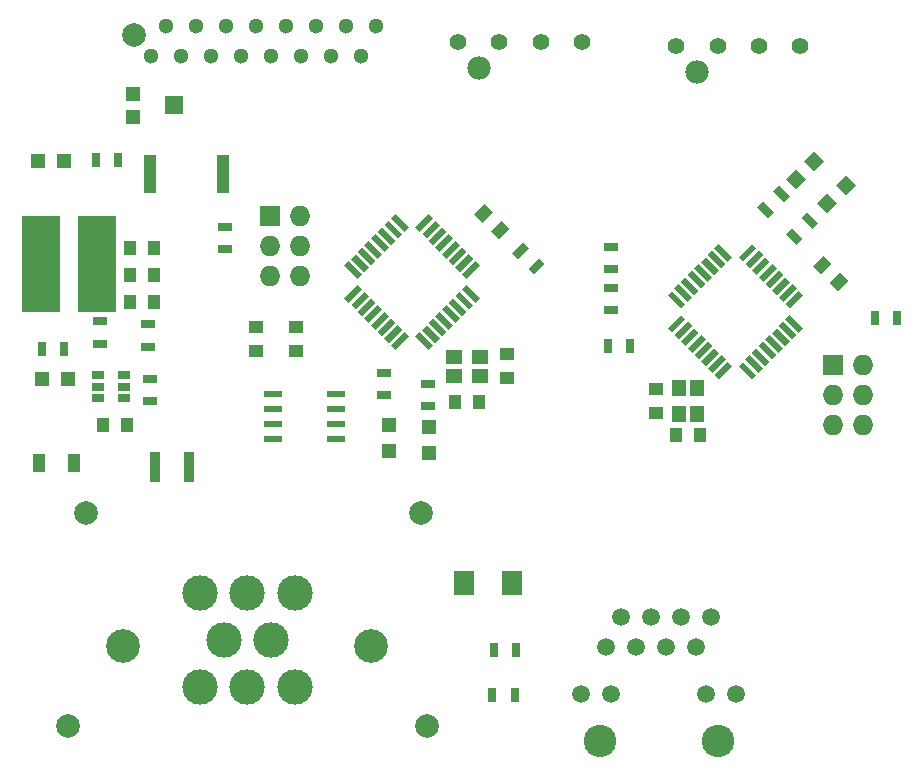
<source format=gbr>
G04 #@! TF.FileFunction,Soldermask,Top*
%FSLAX46Y46*%
G04 Gerber Fmt 4.6, Leading zero omitted, Abs format (unit mm)*
G04 Created by KiCad (PCBNEW 4.0.7-e2-6376~58~ubuntu16.04.1) date Tue May  1 21:05:29 2018*
%MOMM*%
%LPD*%
G01*
G04 APERTURE LIST*
%ADD10C,0.100000*%
%ADD11R,1.250000X1.000000*%
%ADD12R,1.000000X1.600000*%
%ADD13R,1.000000X1.250000*%
%ADD14R,1.778000X2.159000*%
%ADD15R,1.200000X1.200000*%
%ADD16R,0.900000X2.500000*%
%ADD17R,1.727200X1.727200*%
%ADD18O,1.727200X1.727200*%
%ADD19C,2.850000*%
%ADD20C,2.000000*%
%ADD21C,3.000000*%
%ADD22C,1.397000*%
%ADD23C,1.981000*%
%ADD24C,1.300000*%
%ADD25R,3.300000X8.200000*%
%ADD26R,0.700000X1.300000*%
%ADD27R,1.300000X0.700000*%
%ADD28R,1.000000X3.200000*%
%ADD29R,1.550000X0.600000*%
%ADD30R,1.060000X0.650000*%
%ADD31C,1.500000*%
%ADD32C,2.750000*%
%ADD33R,1.400000X1.200000*%
%ADD34R,1.200000X1.400000*%
%ADD35R,1.500000X1.600000*%
G04 APERTURE END LIST*
D10*
G36*
X109964695Y-108314719D02*
X109080812Y-109198602D01*
X108373705Y-108491495D01*
X109257588Y-107607612D01*
X109964695Y-108314719D01*
X109964695Y-108314719D01*
G37*
G36*
X108550481Y-106900505D02*
X107666598Y-107784388D01*
X106959491Y-107077281D01*
X107843374Y-106193398D01*
X108550481Y-106900505D01*
X108550481Y-106900505D01*
G37*
G36*
X95051119Y-112728084D02*
X94662210Y-112339175D01*
X95793581Y-111207804D01*
X96182490Y-111596713D01*
X95051119Y-112728084D01*
X95051119Y-112728084D01*
G37*
G36*
X95616805Y-113293769D02*
X95227896Y-112904860D01*
X96359267Y-111773489D01*
X96748176Y-112162398D01*
X95616805Y-113293769D01*
X95616805Y-113293769D01*
G37*
G36*
X96182490Y-113859455D02*
X95793581Y-113470546D01*
X96924952Y-112339175D01*
X97313861Y-112728084D01*
X96182490Y-113859455D01*
X96182490Y-113859455D01*
G37*
G36*
X96748175Y-114425140D02*
X96359266Y-114036231D01*
X97490637Y-112904860D01*
X97879546Y-113293769D01*
X96748175Y-114425140D01*
X96748175Y-114425140D01*
G37*
G36*
X97313861Y-114990826D02*
X96924952Y-114601917D01*
X98056323Y-113470546D01*
X98445232Y-113859455D01*
X97313861Y-114990826D01*
X97313861Y-114990826D01*
G37*
G36*
X97879546Y-115556511D02*
X97490637Y-115167602D01*
X98622008Y-114036231D01*
X99010917Y-114425140D01*
X97879546Y-115556511D01*
X97879546Y-115556511D01*
G37*
G36*
X98445232Y-116122196D02*
X98056323Y-115733287D01*
X99187694Y-114601916D01*
X99576603Y-114990825D01*
X98445232Y-116122196D01*
X98445232Y-116122196D01*
G37*
G36*
X99010917Y-116687882D02*
X98622008Y-116298973D01*
X99753379Y-115167602D01*
X100142288Y-115556511D01*
X99010917Y-116687882D01*
X99010917Y-116687882D01*
G37*
G36*
X102192898Y-116298973D02*
X101803989Y-116687882D01*
X100672618Y-115556511D01*
X101061527Y-115167602D01*
X102192898Y-116298973D01*
X102192898Y-116298973D01*
G37*
G36*
X102758583Y-115733287D02*
X102369674Y-116122196D01*
X101238303Y-114990825D01*
X101627212Y-114601916D01*
X102758583Y-115733287D01*
X102758583Y-115733287D01*
G37*
G36*
X103324269Y-115167602D02*
X102935360Y-115556511D01*
X101803989Y-114425140D01*
X102192898Y-114036231D01*
X103324269Y-115167602D01*
X103324269Y-115167602D01*
G37*
G36*
X103889954Y-114601917D02*
X103501045Y-114990826D01*
X102369674Y-113859455D01*
X102758583Y-113470546D01*
X103889954Y-114601917D01*
X103889954Y-114601917D01*
G37*
G36*
X104455640Y-114036231D02*
X104066731Y-114425140D01*
X102935360Y-113293769D01*
X103324269Y-112904860D01*
X104455640Y-114036231D01*
X104455640Y-114036231D01*
G37*
G36*
X105021325Y-113470546D02*
X104632416Y-113859455D01*
X103501045Y-112728084D01*
X103889954Y-112339175D01*
X105021325Y-113470546D01*
X105021325Y-113470546D01*
G37*
G36*
X105587010Y-112904860D02*
X105198101Y-113293769D01*
X104066730Y-112162398D01*
X104455639Y-111773489D01*
X105587010Y-112904860D01*
X105587010Y-112904860D01*
G37*
G36*
X106152696Y-112339175D02*
X105763787Y-112728084D01*
X104632416Y-111596713D01*
X105021325Y-111207804D01*
X106152696Y-112339175D01*
X106152696Y-112339175D01*
G37*
G36*
X105021325Y-110677474D02*
X104632416Y-110288565D01*
X105763787Y-109157194D01*
X106152696Y-109546103D01*
X105021325Y-110677474D01*
X105021325Y-110677474D01*
G37*
G36*
X104455639Y-110111789D02*
X104066730Y-109722880D01*
X105198101Y-108591509D01*
X105587010Y-108980418D01*
X104455639Y-110111789D01*
X104455639Y-110111789D01*
G37*
G36*
X103889954Y-109546103D02*
X103501045Y-109157194D01*
X104632416Y-108025823D01*
X105021325Y-108414732D01*
X103889954Y-109546103D01*
X103889954Y-109546103D01*
G37*
G36*
X103324269Y-108980418D02*
X102935360Y-108591509D01*
X104066731Y-107460138D01*
X104455640Y-107849047D01*
X103324269Y-108980418D01*
X103324269Y-108980418D01*
G37*
G36*
X102758583Y-108414732D02*
X102369674Y-108025823D01*
X103501045Y-106894452D01*
X103889954Y-107283361D01*
X102758583Y-108414732D01*
X102758583Y-108414732D01*
G37*
G36*
X102192898Y-107849047D02*
X101803989Y-107460138D01*
X102935360Y-106328767D01*
X103324269Y-106717676D01*
X102192898Y-107849047D01*
X102192898Y-107849047D01*
G37*
G36*
X101627212Y-107283362D02*
X101238303Y-106894453D01*
X102369674Y-105763082D01*
X102758583Y-106151991D01*
X101627212Y-107283362D01*
X101627212Y-107283362D01*
G37*
G36*
X101061527Y-106717676D02*
X100672618Y-106328767D01*
X101803989Y-105197396D01*
X102192898Y-105586305D01*
X101061527Y-106717676D01*
X101061527Y-106717676D01*
G37*
G36*
X100142288Y-106328767D02*
X99753379Y-106717676D01*
X98622008Y-105586305D01*
X99010917Y-105197396D01*
X100142288Y-106328767D01*
X100142288Y-106328767D01*
G37*
G36*
X99576603Y-106894453D02*
X99187694Y-107283362D01*
X98056323Y-106151991D01*
X98445232Y-105763082D01*
X99576603Y-106894453D01*
X99576603Y-106894453D01*
G37*
G36*
X99010917Y-107460138D02*
X98622008Y-107849047D01*
X97490637Y-106717676D01*
X97879546Y-106328767D01*
X99010917Y-107460138D01*
X99010917Y-107460138D01*
G37*
G36*
X98445232Y-108025823D02*
X98056323Y-108414732D01*
X96924952Y-107283361D01*
X97313861Y-106894452D01*
X98445232Y-108025823D01*
X98445232Y-108025823D01*
G37*
G36*
X97879546Y-108591509D02*
X97490637Y-108980418D01*
X96359266Y-107849047D01*
X96748175Y-107460138D01*
X97879546Y-108591509D01*
X97879546Y-108591509D01*
G37*
G36*
X97313861Y-109157194D02*
X96924952Y-109546103D01*
X95793581Y-108414732D01*
X96182490Y-108025823D01*
X97313861Y-109157194D01*
X97313861Y-109157194D01*
G37*
G36*
X96748176Y-109722880D02*
X96359267Y-110111789D01*
X95227896Y-108980418D01*
X95616805Y-108591509D01*
X96748176Y-109722880D01*
X96748176Y-109722880D01*
G37*
G36*
X96182490Y-110288565D02*
X95793581Y-110677474D01*
X94662210Y-109546103D01*
X95051119Y-109157194D01*
X96182490Y-110288565D01*
X96182490Y-110288565D01*
G37*
D11*
X59842400Y-114268000D03*
X59842400Y-112268000D03*
D10*
G36*
X81309402Y-103945919D02*
X80425519Y-104829802D01*
X79718412Y-104122695D01*
X80602295Y-103238812D01*
X81309402Y-103945919D01*
X81309402Y-103945919D01*
G37*
G36*
X79895188Y-102531705D02*
X79011305Y-103415588D01*
X78304198Y-102708481D01*
X79188081Y-101824598D01*
X79895188Y-102531705D01*
X79895188Y-102531705D01*
G37*
D12*
X44426000Y-123799600D03*
X41426000Y-123799600D03*
D11*
X63246000Y-114284000D03*
X63246000Y-112284000D03*
D13*
X48879000Y-120523000D03*
X46879000Y-120523000D03*
X49165000Y-110109000D03*
X51165000Y-110109000D03*
X49149000Y-107823000D03*
X51149000Y-107823000D03*
X49181000Y-105537000D03*
X51181000Y-105537000D03*
D11*
X81038700Y-114570000D03*
X81038700Y-116570000D03*
D13*
X76673200Y-118554500D03*
X78673200Y-118554500D03*
D11*
X93726000Y-117491000D03*
X93726000Y-119491000D03*
D13*
X97393000Y-121412000D03*
X95393000Y-121412000D03*
D14*
X81534000Y-133959600D03*
X77470000Y-133959600D03*
D15*
X43899000Y-116649500D03*
X41699000Y-116649500D03*
X43535600Y-98196400D03*
X41335600Y-98196400D03*
X71069200Y-120566000D03*
X71069200Y-122766000D03*
X74498200Y-120693000D03*
X74498200Y-122893000D03*
D10*
G36*
X108188183Y-102591345D02*
X107339655Y-101742817D01*
X108188183Y-100894289D01*
X109036711Y-101742817D01*
X108188183Y-102591345D01*
X108188183Y-102591345D01*
G37*
G36*
X109743817Y-101035711D02*
X108895289Y-100187183D01*
X109743817Y-99338655D01*
X110592345Y-100187183D01*
X109743817Y-101035711D01*
X109743817Y-101035711D01*
G37*
G36*
X105521183Y-100559345D02*
X104672655Y-99710817D01*
X105521183Y-98862289D01*
X106369711Y-99710817D01*
X105521183Y-100559345D01*
X105521183Y-100559345D01*
G37*
G36*
X107076817Y-99003711D02*
X106228289Y-98155183D01*
X107076817Y-97306655D01*
X107925345Y-98155183D01*
X107076817Y-99003711D01*
X107076817Y-99003711D01*
G37*
D16*
X54168040Y-124134880D03*
X51268040Y-124134880D03*
D10*
G36*
X67689505Y-110193898D02*
X67300596Y-109804989D01*
X68431967Y-108673618D01*
X68820876Y-109062527D01*
X67689505Y-110193898D01*
X67689505Y-110193898D01*
G37*
G36*
X68255191Y-110759583D02*
X67866282Y-110370674D01*
X68997653Y-109239303D01*
X69386562Y-109628212D01*
X68255191Y-110759583D01*
X68255191Y-110759583D01*
G37*
G36*
X68820876Y-111325269D02*
X68431967Y-110936360D01*
X69563338Y-109804989D01*
X69952247Y-110193898D01*
X68820876Y-111325269D01*
X68820876Y-111325269D01*
G37*
G36*
X69386561Y-111890954D02*
X68997652Y-111502045D01*
X70129023Y-110370674D01*
X70517932Y-110759583D01*
X69386561Y-111890954D01*
X69386561Y-111890954D01*
G37*
G36*
X69952247Y-112456640D02*
X69563338Y-112067731D01*
X70694709Y-110936360D01*
X71083618Y-111325269D01*
X69952247Y-112456640D01*
X69952247Y-112456640D01*
G37*
G36*
X70517932Y-113022325D02*
X70129023Y-112633416D01*
X71260394Y-111502045D01*
X71649303Y-111890954D01*
X70517932Y-113022325D01*
X70517932Y-113022325D01*
G37*
G36*
X71083618Y-113588010D02*
X70694709Y-113199101D01*
X71826080Y-112067730D01*
X72214989Y-112456639D01*
X71083618Y-113588010D01*
X71083618Y-113588010D01*
G37*
G36*
X71649303Y-114153696D02*
X71260394Y-113764787D01*
X72391765Y-112633416D01*
X72780674Y-113022325D01*
X71649303Y-114153696D01*
X71649303Y-114153696D01*
G37*
G36*
X74831284Y-113764787D02*
X74442375Y-114153696D01*
X73311004Y-113022325D01*
X73699913Y-112633416D01*
X74831284Y-113764787D01*
X74831284Y-113764787D01*
G37*
G36*
X75396969Y-113199101D02*
X75008060Y-113588010D01*
X73876689Y-112456639D01*
X74265598Y-112067730D01*
X75396969Y-113199101D01*
X75396969Y-113199101D01*
G37*
G36*
X75962655Y-112633416D02*
X75573746Y-113022325D01*
X74442375Y-111890954D01*
X74831284Y-111502045D01*
X75962655Y-112633416D01*
X75962655Y-112633416D01*
G37*
G36*
X76528340Y-112067731D02*
X76139431Y-112456640D01*
X75008060Y-111325269D01*
X75396969Y-110936360D01*
X76528340Y-112067731D01*
X76528340Y-112067731D01*
G37*
G36*
X77094026Y-111502045D02*
X76705117Y-111890954D01*
X75573746Y-110759583D01*
X75962655Y-110370674D01*
X77094026Y-111502045D01*
X77094026Y-111502045D01*
G37*
G36*
X77659711Y-110936360D02*
X77270802Y-111325269D01*
X76139431Y-110193898D01*
X76528340Y-109804989D01*
X77659711Y-110936360D01*
X77659711Y-110936360D01*
G37*
G36*
X78225396Y-110370674D02*
X77836487Y-110759583D01*
X76705116Y-109628212D01*
X77094025Y-109239303D01*
X78225396Y-110370674D01*
X78225396Y-110370674D01*
G37*
G36*
X78791082Y-109804989D02*
X78402173Y-110193898D01*
X77270802Y-109062527D01*
X77659711Y-108673618D01*
X78791082Y-109804989D01*
X78791082Y-109804989D01*
G37*
G36*
X77659711Y-108143288D02*
X77270802Y-107754379D01*
X78402173Y-106623008D01*
X78791082Y-107011917D01*
X77659711Y-108143288D01*
X77659711Y-108143288D01*
G37*
G36*
X77094025Y-107577603D02*
X76705116Y-107188694D01*
X77836487Y-106057323D01*
X78225396Y-106446232D01*
X77094025Y-107577603D01*
X77094025Y-107577603D01*
G37*
G36*
X76528340Y-107011917D02*
X76139431Y-106623008D01*
X77270802Y-105491637D01*
X77659711Y-105880546D01*
X76528340Y-107011917D01*
X76528340Y-107011917D01*
G37*
G36*
X75962655Y-106446232D02*
X75573746Y-106057323D01*
X76705117Y-104925952D01*
X77094026Y-105314861D01*
X75962655Y-106446232D01*
X75962655Y-106446232D01*
G37*
G36*
X75396969Y-105880546D02*
X75008060Y-105491637D01*
X76139431Y-104360266D01*
X76528340Y-104749175D01*
X75396969Y-105880546D01*
X75396969Y-105880546D01*
G37*
G36*
X74831284Y-105314861D02*
X74442375Y-104925952D01*
X75573746Y-103794581D01*
X75962655Y-104183490D01*
X74831284Y-105314861D01*
X74831284Y-105314861D01*
G37*
G36*
X74265598Y-104749176D02*
X73876689Y-104360267D01*
X75008060Y-103228896D01*
X75396969Y-103617805D01*
X74265598Y-104749176D01*
X74265598Y-104749176D01*
G37*
G36*
X73699913Y-104183490D02*
X73311004Y-103794581D01*
X74442375Y-102663210D01*
X74831284Y-103052119D01*
X73699913Y-104183490D01*
X73699913Y-104183490D01*
G37*
G36*
X72780674Y-103794581D02*
X72391765Y-104183490D01*
X71260394Y-103052119D01*
X71649303Y-102663210D01*
X72780674Y-103794581D01*
X72780674Y-103794581D01*
G37*
G36*
X72214989Y-104360267D02*
X71826080Y-104749176D01*
X70694709Y-103617805D01*
X71083618Y-103228896D01*
X72214989Y-104360267D01*
X72214989Y-104360267D01*
G37*
G36*
X71649303Y-104925952D02*
X71260394Y-105314861D01*
X70129023Y-104183490D01*
X70517932Y-103794581D01*
X71649303Y-104925952D01*
X71649303Y-104925952D01*
G37*
G36*
X71083618Y-105491637D02*
X70694709Y-105880546D01*
X69563338Y-104749175D01*
X69952247Y-104360266D01*
X71083618Y-105491637D01*
X71083618Y-105491637D01*
G37*
G36*
X70517932Y-106057323D02*
X70129023Y-106446232D01*
X68997652Y-105314861D01*
X69386561Y-104925952D01*
X70517932Y-106057323D01*
X70517932Y-106057323D01*
G37*
G36*
X69952247Y-106623008D02*
X69563338Y-107011917D01*
X68431967Y-105880546D01*
X68820876Y-105491637D01*
X69952247Y-106623008D01*
X69952247Y-106623008D01*
G37*
G36*
X69386562Y-107188694D02*
X68997653Y-107577603D01*
X67866282Y-106446232D01*
X68255191Y-106057323D01*
X69386562Y-107188694D01*
X69386562Y-107188694D01*
G37*
G36*
X68820876Y-107754379D02*
X68431967Y-108143288D01*
X67300596Y-107011917D01*
X67689505Y-106623008D01*
X68820876Y-107754379D01*
X68820876Y-107754379D01*
G37*
D17*
X61036200Y-102806500D03*
D18*
X63576200Y-102806500D03*
X61036200Y-105346500D03*
X63576200Y-105346500D03*
X61036200Y-107886500D03*
X63576200Y-107886500D03*
D19*
X69596000Y-139255500D03*
D20*
X74296000Y-146055500D03*
X43896000Y-146055500D03*
X73796000Y-127955500D03*
X45396000Y-127955500D03*
D21*
X59096000Y-142755500D03*
X63096000Y-142755500D03*
X61096000Y-138755500D03*
X63096000Y-134755500D03*
X59096000Y-134755500D03*
X55096000Y-142755500D03*
X57096000Y-138755500D03*
X55096000Y-134755500D03*
D19*
X48596000Y-139255500D03*
D22*
X98912800Y-88442800D03*
X95412800Y-88442800D03*
D23*
X97162800Y-90672800D03*
D22*
X102412800Y-88442800D03*
X105912800Y-88442800D03*
X80416400Y-88087200D03*
X76916400Y-88087200D03*
D23*
X78666400Y-90317200D03*
D22*
X83916400Y-88087200D03*
X87416400Y-88087200D03*
D24*
X56007000Y-89281000D03*
X53467000Y-89281000D03*
X50927000Y-89281000D03*
X58547000Y-89281000D03*
X52197000Y-86741000D03*
X54737000Y-86741000D03*
X57277000Y-86741000D03*
X59817000Y-86741000D03*
X61087000Y-89281000D03*
X62357000Y-86741000D03*
X63627000Y-89281000D03*
X64897000Y-86741000D03*
X66167000Y-89281000D03*
X67437000Y-86741000D03*
X68707000Y-89281000D03*
X69977000Y-86741000D03*
D20*
X49527000Y-87481000D03*
D25*
X41656000Y-106934000D03*
X46356000Y-106934000D03*
D17*
X108712000Y-115443000D03*
D18*
X111252000Y-115443000D03*
X108712000Y-117983000D03*
X111252000Y-117983000D03*
X108712000Y-120523000D03*
X111252000Y-120523000D03*
D26*
X43561000Y-114109500D03*
X41661000Y-114109500D03*
D10*
G36*
X84273107Y-106874268D02*
X83353868Y-107793507D01*
X82858893Y-107298532D01*
X83778132Y-106379293D01*
X84273107Y-106874268D01*
X84273107Y-106874268D01*
G37*
G36*
X82929605Y-105530766D02*
X82010366Y-106450005D01*
X81515391Y-105955030D01*
X82434630Y-105035791D01*
X82929605Y-105530766D01*
X82929605Y-105530766D01*
G37*
D27*
X50863500Y-118552000D03*
X50863500Y-116652000D03*
X50673000Y-113914000D03*
X50673000Y-112014000D03*
X46609000Y-113660000D03*
X46609000Y-111760000D03*
D28*
X57019120Y-99329240D03*
X50819120Y-99329240D03*
D27*
X70688200Y-118044000D03*
X70688200Y-116144000D03*
D26*
X81722000Y-143383000D03*
X79822000Y-143383000D03*
X81849000Y-139573000D03*
X79949000Y-139573000D03*
X48158400Y-98145600D03*
X46258400Y-98145600D03*
D27*
X57200800Y-103764000D03*
X57200800Y-105664000D03*
X74371200Y-118933000D03*
X74371200Y-117033000D03*
X89852500Y-105476000D03*
X89852500Y-107376000D03*
D26*
X114104500Y-111442500D03*
X112204500Y-111442500D03*
X89603500Y-113855500D03*
X91503500Y-113855500D03*
D27*
X89865200Y-110830400D03*
X89865200Y-108930400D03*
D10*
G36*
X106504619Y-102507142D02*
X107423858Y-103426381D01*
X106928883Y-103921356D01*
X106009644Y-103002117D01*
X106504619Y-102507142D01*
X106504619Y-102507142D01*
G37*
G36*
X105161117Y-103850644D02*
X106080356Y-104769883D01*
X105585381Y-105264858D01*
X104666142Y-104345619D01*
X105161117Y-103850644D01*
X105161117Y-103850644D01*
G37*
G36*
X104091619Y-100221142D02*
X105010858Y-101140381D01*
X104515883Y-101635356D01*
X103596644Y-100716117D01*
X104091619Y-100221142D01*
X104091619Y-100221142D01*
G37*
G36*
X102748117Y-101564644D02*
X103667356Y-102483883D01*
X103172381Y-102978858D01*
X102253142Y-102059619D01*
X102748117Y-101564644D01*
X102748117Y-101564644D01*
G37*
D29*
X66626700Y-121729500D03*
X66626700Y-120459500D03*
X66626700Y-119189500D03*
X66626700Y-117919500D03*
X61226700Y-117919500D03*
X61226700Y-119189500D03*
X61226700Y-120459500D03*
X61226700Y-121729500D03*
D30*
X46418500Y-116337000D03*
X46418500Y-117287000D03*
X46418500Y-118237000D03*
X48618500Y-118237000D03*
X48618500Y-116337000D03*
X48618500Y-117287000D03*
D31*
X87376000Y-143319000D03*
X89916000Y-143319000D03*
X100436000Y-143319000D03*
X97896000Y-143319000D03*
X89466000Y-139319000D03*
X92006000Y-139319000D03*
X94546000Y-139319000D03*
X97086000Y-139319000D03*
X90736000Y-136779000D03*
X93276000Y-136779000D03*
X95816000Y-136779000D03*
X98356000Y-136779000D03*
D32*
X88906000Y-147319000D03*
X98906000Y-147319000D03*
D33*
X78773200Y-114770000D03*
X76573200Y-114770000D03*
X76573200Y-116370000D03*
X78773200Y-116370000D03*
D34*
X95593000Y-117391000D03*
X95593000Y-119591000D03*
X97193000Y-119591000D03*
X97193000Y-117391000D03*
D15*
X49394360Y-94482160D03*
D35*
X52844360Y-93482160D03*
D15*
X49394360Y-92482160D03*
M02*

</source>
